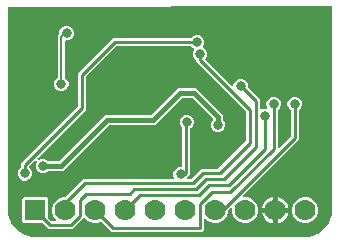
<source format=gbr>
G04 EAGLE Gerber RS-274X export*
G75*
%MOMM*%
%FSLAX34Y34*%
%LPD*%
%INBottom Copper*%
%IPPOS*%
%AMOC8*
5,1,8,0,0,1.08239X$1,22.5*%
G01*
%ADD10R,1.778000X1.778000*%
%ADD11C,1.778000*%
%ADD12C,0.806400*%
%ADD13C,0.800100*%
%ADD14C,0.254000*%
%ADD15C,0.406400*%
%ADD16C,0.203200*%

G36*
X254044Y2547D02*
X254044Y2547D01*
X254080Y2544D01*
X257497Y2813D01*
X257655Y2848D01*
X257731Y2859D01*
X264231Y4971D01*
X264486Y5096D01*
X264500Y5109D01*
X264514Y5115D01*
X270043Y9133D01*
X270247Y9330D01*
X270256Y9346D01*
X270267Y9357D01*
X274285Y14886D01*
X274418Y15137D01*
X274422Y15156D01*
X274429Y15169D01*
X276541Y21669D01*
X276569Y21829D01*
X276587Y21903D01*
X276856Y25320D01*
X276853Y25365D01*
X276859Y25400D01*
X276859Y197630D01*
X276851Y197691D01*
X276852Y197751D01*
X276831Y197831D01*
X276819Y197912D01*
X276795Y197967D01*
X276779Y198026D01*
X276737Y198096D01*
X276703Y198171D01*
X276664Y198218D01*
X276633Y198270D01*
X276573Y198326D01*
X276520Y198388D01*
X276469Y198422D01*
X276424Y198463D01*
X276351Y198500D01*
X276283Y198546D01*
X276225Y198564D01*
X276171Y198592D01*
X276104Y198603D01*
X276012Y198632D01*
X275909Y198634D01*
X275839Y198646D01*
X3551Y197411D01*
X3496Y197403D01*
X3440Y197405D01*
X3356Y197383D01*
X3270Y197370D01*
X3219Y197347D01*
X3165Y197333D01*
X3090Y197289D01*
X3011Y197253D01*
X2969Y197216D01*
X2920Y197188D01*
X2861Y197124D01*
X2795Y197068D01*
X2764Y197021D01*
X2726Y196980D01*
X2686Y196903D01*
X2639Y196831D01*
X2622Y196777D01*
X2596Y196727D01*
X2585Y196658D01*
X2554Y196559D01*
X2552Y196463D01*
X2541Y196396D01*
X2541Y25400D01*
X2547Y25356D01*
X2544Y25320D01*
X2813Y21903D01*
X2848Y21745D01*
X2859Y21669D01*
X4971Y15169D01*
X5096Y14914D01*
X5109Y14900D01*
X5115Y14886D01*
X9133Y9357D01*
X9330Y9153D01*
X9346Y9144D01*
X9357Y9133D01*
X14886Y5115D01*
X15137Y4982D01*
X15156Y4978D01*
X15169Y4971D01*
X21669Y2859D01*
X21829Y2831D01*
X21903Y2813D01*
X25320Y2544D01*
X25365Y2547D01*
X25400Y2541D01*
X254000Y2541D01*
X254044Y2547D01*
G37*
%LPC*%
G36*
X90072Y6857D02*
X90072Y6857D01*
X81737Y15192D01*
X81736Y15193D01*
X81735Y15195D01*
X81621Y15279D01*
X81510Y15363D01*
X81508Y15364D01*
X81507Y15365D01*
X81375Y15415D01*
X81244Y15465D01*
X81242Y15465D01*
X81241Y15465D01*
X81096Y15477D01*
X80961Y15488D01*
X80959Y15488D01*
X80958Y15488D01*
X80942Y15484D01*
X80682Y15432D01*
X80655Y15418D01*
X80630Y15412D01*
X78373Y14477D01*
X74027Y14477D01*
X70013Y16140D01*
X67720Y18433D01*
X67673Y18468D01*
X67633Y18511D01*
X67560Y18553D01*
X67493Y18604D01*
X67438Y18625D01*
X67387Y18654D01*
X67306Y18675D01*
X67227Y18705D01*
X67169Y18710D01*
X67112Y18725D01*
X67028Y18722D01*
X66944Y18729D01*
X66886Y18717D01*
X66828Y18716D01*
X66748Y18690D01*
X66665Y18673D01*
X66613Y18646D01*
X66557Y18628D01*
X66501Y18588D01*
X66413Y18542D01*
X66340Y18473D01*
X66284Y18433D01*
X57248Y9397D01*
X36732Y9397D01*
X31949Y14180D01*
X31880Y14232D01*
X31816Y14292D01*
X31766Y14318D01*
X31722Y14351D01*
X31640Y14382D01*
X31562Y14422D01*
X31515Y14430D01*
X31456Y14452D01*
X31309Y14464D01*
X31231Y14477D01*
X15668Y14477D01*
X14477Y15668D01*
X14477Y35132D01*
X15668Y36323D01*
X35132Y36323D01*
X36323Y35132D01*
X36323Y19569D01*
X36335Y19482D01*
X36338Y19395D01*
X36355Y19342D01*
X36363Y19287D01*
X36398Y19207D01*
X36425Y19124D01*
X36453Y19085D01*
X36479Y19028D01*
X36575Y18914D01*
X36620Y18851D01*
X39171Y16300D01*
X39240Y16248D01*
X39304Y16188D01*
X39354Y16162D01*
X39398Y16129D01*
X39480Y16098D01*
X39558Y16058D01*
X39605Y16050D01*
X39664Y16028D01*
X39811Y16016D01*
X39889Y16003D01*
X42299Y16003D01*
X42328Y16007D01*
X42357Y16004D01*
X42469Y16027D01*
X42581Y16043D01*
X42607Y16055D01*
X42636Y16060D01*
X42737Y16113D01*
X42840Y16159D01*
X42862Y16178D01*
X42889Y16191D01*
X42971Y16269D01*
X43057Y16342D01*
X43073Y16367D01*
X43095Y16387D01*
X43152Y16485D01*
X43215Y16579D01*
X43224Y16607D01*
X43238Y16632D01*
X43266Y16742D01*
X43300Y16850D01*
X43301Y16880D01*
X43308Y16908D01*
X43305Y17021D01*
X43308Y17134D01*
X43300Y17163D01*
X43299Y17192D01*
X43264Y17300D01*
X43236Y17409D01*
X43221Y17435D01*
X43212Y17463D01*
X43166Y17527D01*
X43091Y17654D01*
X43045Y17697D01*
X43017Y17736D01*
X41540Y19213D01*
X39877Y23227D01*
X39877Y27573D01*
X41540Y31587D01*
X44613Y34660D01*
X48627Y36323D01*
X50281Y36323D01*
X50368Y36335D01*
X50455Y36338D01*
X50508Y36355D01*
X50563Y36363D01*
X50643Y36398D01*
X50726Y36425D01*
X50765Y36453D01*
X50822Y36479D01*
X50936Y36575D01*
X50999Y36620D01*
X65942Y51563D01*
X142329Y51563D01*
X142442Y51579D01*
X142557Y51589D01*
X142583Y51599D01*
X142610Y51603D01*
X142715Y51650D01*
X142822Y51691D01*
X142844Y51707D01*
X142869Y51719D01*
X142957Y51793D01*
X143049Y51862D01*
X143065Y51885D01*
X143086Y51902D01*
X143150Y51998D01*
X143219Y52090D01*
X143229Y52116D01*
X143244Y52139D01*
X143279Y52249D01*
X143319Y52356D01*
X143321Y52384D01*
X143330Y52410D01*
X143333Y52525D01*
X143342Y52639D01*
X143336Y52664D01*
X143337Y52694D01*
X143270Y52951D01*
X143267Y52967D01*
X142557Y54680D01*
X142557Y57080D01*
X143475Y59298D01*
X145172Y60995D01*
X147390Y61913D01*
X149052Y61913D01*
X149110Y61921D01*
X149168Y61920D01*
X149250Y61941D01*
X149334Y61953D01*
X149387Y61977D01*
X149443Y61992D01*
X149516Y62035D01*
X149593Y62069D01*
X149638Y62107D01*
X149688Y62137D01*
X149746Y62199D01*
X149810Y62253D01*
X149842Y62302D01*
X149882Y62344D01*
X149921Y62419D01*
X149968Y62490D01*
X149985Y62545D01*
X150012Y62597D01*
X150023Y62665D01*
X150053Y62761D01*
X150056Y62860D01*
X150067Y62928D01*
X150067Y94865D01*
X150055Y94952D01*
X150052Y95039D01*
X150035Y95092D01*
X150027Y95147D01*
X149992Y95227D01*
X149965Y95310D01*
X149937Y95349D01*
X149911Y95406D01*
X149815Y95520D01*
X149770Y95583D01*
X148769Y96585D01*
X147845Y98814D01*
X147845Y101226D01*
X148769Y103455D01*
X150475Y105161D01*
X152704Y106085D01*
X155116Y106085D01*
X157345Y105161D01*
X159051Y103455D01*
X159975Y101226D01*
X159975Y98814D01*
X159051Y96585D01*
X157345Y94879D01*
X157300Y94860D01*
X157298Y94859D01*
X157297Y94858D01*
X157177Y94787D01*
X157166Y94781D01*
X157147Y94772D01*
X157136Y94763D01*
X157055Y94715D01*
X157054Y94714D01*
X157052Y94713D01*
X156957Y94611D01*
X156956Y94611D01*
X156930Y94589D01*
X156918Y94570D01*
X156860Y94508D01*
X156859Y94507D01*
X156858Y94506D01*
X156801Y94395D01*
X156772Y94352D01*
X156762Y94320D01*
X156729Y94256D01*
X156729Y94254D01*
X156728Y94253D01*
X156726Y94237D01*
X156708Y94149D01*
X156687Y94081D01*
X156685Y94034D01*
X156674Y93977D01*
X156677Y93946D01*
X156673Y93922D01*
X156673Y55482D01*
X156000Y54809D01*
X154487Y53296D01*
X154469Y53272D01*
X154447Y53253D01*
X154384Y53159D01*
X154316Y53069D01*
X154305Y53041D01*
X154289Y53017D01*
X154255Y52909D01*
X154215Y52803D01*
X154212Y52774D01*
X154203Y52746D01*
X154200Y52632D01*
X154191Y52520D01*
X154197Y52491D01*
X154196Y52462D01*
X154225Y52352D01*
X154247Y52241D01*
X154260Y52215D01*
X154268Y52187D01*
X154325Y52089D01*
X154378Y51989D01*
X154398Y51967D01*
X154413Y51942D01*
X154495Y51865D01*
X154574Y51783D01*
X154599Y51768D01*
X154620Y51748D01*
X154721Y51696D01*
X154819Y51639D01*
X154847Y51632D01*
X154873Y51618D01*
X154951Y51605D01*
X155094Y51569D01*
X155157Y51571D01*
X155205Y51563D01*
X156961Y51563D01*
X157048Y51575D01*
X157135Y51578D01*
X157188Y51595D01*
X157243Y51603D01*
X157323Y51638D01*
X157406Y51665D01*
X157445Y51693D01*
X157502Y51719D01*
X157616Y51815D01*
X157679Y51860D01*
X166272Y60453D01*
X179821Y60453D01*
X179908Y60465D01*
X179995Y60468D01*
X180048Y60485D01*
X180103Y60493D01*
X180183Y60528D01*
X180266Y60555D01*
X180305Y60583D01*
X180362Y60609D01*
X180476Y60705D01*
X180539Y60750D01*
X203410Y83621D01*
X203462Y83690D01*
X203522Y83754D01*
X203548Y83804D01*
X203581Y83848D01*
X203612Y83930D01*
X203652Y84008D01*
X203660Y84055D01*
X203682Y84114D01*
X203694Y84261D01*
X203707Y84339D01*
X203707Y108701D01*
X203695Y108788D01*
X203692Y108875D01*
X203675Y108928D01*
X203667Y108983D01*
X203632Y109063D01*
X203605Y109146D01*
X203577Y109185D01*
X203551Y109242D01*
X203455Y109356D01*
X203410Y109419D01*
X164029Y148800D01*
X161797Y151032D01*
X161797Y151830D01*
X161790Y151881D01*
X161791Y151899D01*
X161785Y151921D01*
X161782Y152004D01*
X161765Y152057D01*
X161757Y152111D01*
X161722Y152191D01*
X161695Y152275D01*
X161667Y152314D01*
X161641Y152371D01*
X161545Y152484D01*
X161500Y152548D01*
X159985Y154062D01*
X159067Y156280D01*
X159067Y158680D01*
X160049Y161051D01*
X160063Y161108D01*
X160087Y161161D01*
X160099Y161245D01*
X160120Y161326D01*
X160118Y161385D01*
X160126Y161443D01*
X160114Y161526D01*
X160112Y161610D01*
X160094Y161666D01*
X160085Y161724D01*
X160051Y161801D01*
X160025Y161881D01*
X159992Y161930D01*
X159968Y161983D01*
X159914Y162047D01*
X159867Y162117D01*
X159822Y162155D01*
X159784Y162199D01*
X159725Y162236D01*
X159649Y162300D01*
X159558Y162341D01*
X159499Y162377D01*
X159142Y162525D01*
X157628Y164040D01*
X157558Y164092D01*
X157494Y164152D01*
X157445Y164178D01*
X157401Y164211D01*
X157319Y164242D01*
X157241Y164282D01*
X157193Y164290D01*
X157135Y164312D01*
X156987Y164324D01*
X156910Y164337D01*
X94499Y164337D01*
X94412Y164325D01*
X94325Y164322D01*
X94272Y164305D01*
X94217Y164297D01*
X94137Y164262D01*
X94054Y164235D01*
X94015Y164207D01*
X93958Y164181D01*
X93844Y164085D01*
X93781Y164040D01*
X68370Y138629D01*
X68318Y138560D01*
X68258Y138496D01*
X68232Y138446D01*
X68199Y138402D01*
X68168Y138320D01*
X68128Y138242D01*
X68120Y138195D01*
X68098Y138136D01*
X68086Y137989D01*
X68073Y137911D01*
X68073Y110392D01*
X27467Y69787D01*
X27416Y69718D01*
X27357Y69656D01*
X27331Y69605D01*
X27297Y69559D01*
X27266Y69479D01*
X27227Y69403D01*
X27216Y69347D01*
X27195Y69294D01*
X27188Y69208D01*
X27172Y69124D01*
X27176Y69067D01*
X27172Y69010D01*
X27189Y68926D01*
X27196Y68841D01*
X27216Y68788D01*
X27228Y68732D01*
X27267Y68655D01*
X27298Y68575D01*
X27332Y68530D01*
X27359Y68479D01*
X27418Y68417D01*
X27470Y68349D01*
X27515Y68315D01*
X27554Y68273D01*
X27629Y68230D01*
X27697Y68178D01*
X27751Y68158D01*
X27800Y68130D01*
X27883Y68108D01*
X27963Y68078D01*
X28020Y68074D01*
X28075Y68060D01*
X28161Y68062D01*
X28247Y68055D01*
X28295Y68067D01*
X28359Y68069D01*
X28497Y68113D01*
X28574Y68131D01*
X30684Y69005D01*
X33096Y69005D01*
X35325Y68081D01*
X36105Y67302D01*
X36174Y67250D01*
X36238Y67190D01*
X36288Y67164D01*
X36332Y67131D01*
X36414Y67100D01*
X36492Y67060D01*
X36539Y67052D01*
X36598Y67030D01*
X36745Y67018D01*
X36823Y67005D01*
X45036Y67005D01*
X45122Y67017D01*
X45210Y67020D01*
X45262Y67037D01*
X45317Y67045D01*
X45397Y67080D01*
X45480Y67107D01*
X45520Y67135D01*
X45577Y67161D01*
X45690Y67257D01*
X45754Y67302D01*
X84476Y106025D01*
X123366Y106025D01*
X123452Y106037D01*
X123540Y106040D01*
X123592Y106057D01*
X123647Y106065D01*
X123727Y106100D01*
X123810Y106127D01*
X123850Y106155D01*
X123907Y106181D01*
X124020Y106277D01*
X124084Y106322D01*
X146604Y128843D01*
X161456Y128843D01*
X184405Y105894D01*
X184405Y102678D01*
X184417Y102591D01*
X184420Y102504D01*
X184437Y102451D01*
X184445Y102397D01*
X184480Y102317D01*
X184507Y102234D01*
X184535Y102194D01*
X184561Y102137D01*
X184657Y102024D01*
X184702Y101960D01*
X185455Y101208D01*
X186373Y98990D01*
X186373Y96590D01*
X185455Y94372D01*
X183758Y92675D01*
X181540Y91757D01*
X179140Y91757D01*
X176922Y92675D01*
X175225Y94372D01*
X174307Y96590D01*
X174307Y98990D01*
X175225Y101208D01*
X175692Y101674D01*
X175727Y101721D01*
X175769Y101761D01*
X175812Y101834D01*
X175863Y101901D01*
X175883Y101956D01*
X175913Y102006D01*
X175934Y102088D01*
X175964Y102167D01*
X175969Y102225D01*
X175983Y102282D01*
X175980Y102366D01*
X175987Y102450D01*
X175976Y102508D01*
X175974Y102566D01*
X175948Y102646D01*
X175932Y102729D01*
X175905Y102781D01*
X175887Y102836D01*
X175847Y102893D01*
X175801Y102981D01*
X175732Y103054D01*
X175692Y103110D01*
X158386Y120416D01*
X158316Y120468D01*
X158252Y120528D01*
X158203Y120554D01*
X158158Y120587D01*
X158077Y120618D01*
X157999Y120658D01*
X157951Y120666D01*
X157893Y120688D01*
X157745Y120700D01*
X157668Y120713D01*
X150392Y120713D01*
X150306Y120701D01*
X150218Y120698D01*
X150166Y120681D01*
X150111Y120673D01*
X150031Y120638D01*
X149948Y120611D01*
X149908Y120583D01*
X149851Y120557D01*
X149738Y120461D01*
X149674Y120416D01*
X127154Y97895D01*
X88264Y97895D01*
X88178Y97883D01*
X88090Y97880D01*
X88038Y97863D01*
X87983Y97855D01*
X87903Y97820D01*
X87820Y97793D01*
X87780Y97765D01*
X87723Y97739D01*
X87610Y97643D01*
X87546Y97598D01*
X48824Y58875D01*
X36823Y58875D01*
X36736Y58863D01*
X36649Y58860D01*
X36596Y58843D01*
X36541Y58835D01*
X36461Y58800D01*
X36378Y58773D01*
X36339Y58745D01*
X36282Y58719D01*
X36168Y58623D01*
X36105Y58578D01*
X35325Y57799D01*
X33096Y56875D01*
X30684Y56875D01*
X28455Y57799D01*
X26749Y59505D01*
X25825Y61734D01*
X25825Y64146D01*
X26699Y66256D01*
X26721Y66339D01*
X26751Y66420D01*
X26756Y66476D01*
X26770Y66531D01*
X26768Y66617D01*
X26775Y66703D01*
X26764Y66759D01*
X26762Y66816D01*
X26736Y66897D01*
X26719Y66982D01*
X26693Y67032D01*
X26675Y67086D01*
X26627Y67158D01*
X26588Y67234D01*
X26549Y67275D01*
X26517Y67323D01*
X26451Y67378D01*
X26392Y67440D01*
X26343Y67469D01*
X26299Y67506D01*
X26221Y67540D01*
X26147Y67584D01*
X26092Y67598D01*
X26040Y67621D01*
X25954Y67633D01*
X25871Y67654D01*
X25815Y67652D01*
X25758Y67660D01*
X25673Y67648D01*
X25587Y67645D01*
X25533Y67627D01*
X25477Y67619D01*
X25398Y67584D01*
X25317Y67557D01*
X25276Y67529D01*
X25218Y67502D01*
X25107Y67408D01*
X25043Y67363D01*
X20452Y62771D01*
X20417Y62724D01*
X20374Y62684D01*
X20331Y62611D01*
X20281Y62544D01*
X20260Y62489D01*
X20230Y62439D01*
X20210Y62357D01*
X20180Y62278D01*
X20175Y62220D01*
X20160Y62163D01*
X20163Y62079D01*
X20156Y61995D01*
X20167Y61937D01*
X20169Y61879D01*
X20195Y61799D01*
X20212Y61716D01*
X20239Y61664D01*
X20257Y61608D01*
X20297Y61552D01*
X20343Y61464D01*
X20412Y61391D01*
X20452Y61335D01*
X21791Y59995D01*
X22715Y57766D01*
X22715Y55354D01*
X21791Y53125D01*
X20085Y51419D01*
X17856Y50495D01*
X15444Y50495D01*
X13215Y51419D01*
X11509Y53125D01*
X10585Y55354D01*
X10585Y57766D01*
X11509Y59995D01*
X13050Y61537D01*
X13102Y61606D01*
X13162Y61670D01*
X13188Y61720D01*
X13221Y61764D01*
X13252Y61846D01*
X13292Y61924D01*
X13300Y61971D01*
X13322Y62030D01*
X13334Y62177D01*
X13347Y62255D01*
X13347Y65008D01*
X15579Y67240D01*
X61170Y112831D01*
X61222Y112900D01*
X61282Y112964D01*
X61308Y113014D01*
X61341Y113058D01*
X61372Y113140D01*
X61412Y113218D01*
X61420Y113265D01*
X61442Y113324D01*
X61454Y113471D01*
X61467Y113549D01*
X61467Y141068D01*
X91342Y170943D01*
X156910Y170943D01*
X156997Y170955D01*
X157084Y170958D01*
X157137Y170975D01*
X157191Y170983D01*
X157271Y171018D01*
X157354Y171045D01*
X157394Y171073D01*
X157451Y171099D01*
X157564Y171195D01*
X157628Y171240D01*
X159142Y172755D01*
X161360Y173673D01*
X163760Y173673D01*
X165978Y172755D01*
X167675Y171058D01*
X168593Y168840D01*
X168593Y166440D01*
X167611Y164069D01*
X167597Y164012D01*
X167573Y163959D01*
X167561Y163875D01*
X167540Y163794D01*
X167542Y163735D01*
X167534Y163677D01*
X167546Y163594D01*
X167548Y163510D01*
X167566Y163454D01*
X167575Y163396D01*
X167609Y163319D01*
X167635Y163239D01*
X167668Y163190D01*
X167692Y163137D01*
X167746Y163073D01*
X167793Y163003D01*
X167838Y162965D01*
X167876Y162920D01*
X167935Y162884D01*
X168011Y162820D01*
X168102Y162779D01*
X168161Y162743D01*
X168518Y162595D01*
X170215Y160898D01*
X171133Y158680D01*
X171133Y156280D01*
X170215Y154062D01*
X169879Y153727D01*
X169844Y153680D01*
X169802Y153640D01*
X169759Y153567D01*
X169709Y153500D01*
X169688Y153445D01*
X169658Y153395D01*
X169637Y153313D01*
X169607Y153234D01*
X169602Y153176D01*
X169588Y153119D01*
X169591Y153035D01*
X169584Y152951D01*
X169595Y152894D01*
X169597Y152835D01*
X169623Y152755D01*
X169640Y152672D01*
X169667Y152620D01*
X169685Y152565D01*
X169725Y152509D01*
X169771Y152420D01*
X169839Y152348D01*
X169879Y152291D01*
X191624Y130547D01*
X191647Y130529D01*
X191666Y130507D01*
X191760Y130444D01*
X191851Y130376D01*
X191878Y130366D01*
X191903Y130350D01*
X192011Y130315D01*
X192116Y130275D01*
X192146Y130273D01*
X192174Y130264D01*
X192287Y130261D01*
X192400Y130251D01*
X192428Y130257D01*
X192458Y130256D01*
X192567Y130285D01*
X192679Y130307D01*
X192705Y130321D01*
X192733Y130328D01*
X192830Y130386D01*
X192931Y130438D01*
X192952Y130459D01*
X192977Y130474D01*
X193055Y130556D01*
X193137Y130634D01*
X193152Y130659D01*
X193172Y130681D01*
X193223Y130782D01*
X193281Y130879D01*
X193288Y130908D01*
X193301Y130934D01*
X193314Y131011D01*
X193351Y131155D01*
X193349Y131217D01*
X193357Y131265D01*
X193357Y132010D01*
X194275Y134228D01*
X195972Y135925D01*
X198190Y136843D01*
X200590Y136843D01*
X202808Y135925D01*
X204505Y134228D01*
X205423Y132010D01*
X205423Y129868D01*
X205435Y129781D01*
X205438Y129694D01*
X205455Y129641D01*
X205463Y129587D01*
X205499Y129507D01*
X205526Y129424D01*
X205554Y129384D01*
X205579Y129327D01*
X205675Y129214D01*
X205721Y129150D01*
X215393Y119478D01*
X215393Y111671D01*
X215409Y111558D01*
X215419Y111443D01*
X215429Y111417D01*
X215433Y111390D01*
X215480Y111285D01*
X215521Y111178D01*
X215537Y111156D01*
X215549Y111131D01*
X215623Y111043D01*
X215692Y110951D01*
X215715Y110935D01*
X215732Y110914D01*
X215828Y110850D01*
X215920Y110781D01*
X215946Y110771D01*
X215969Y110756D01*
X216079Y110721D01*
X216186Y110681D01*
X216214Y110679D01*
X216240Y110670D01*
X216355Y110667D01*
X216469Y110658D01*
X216494Y110664D01*
X216524Y110663D01*
X216781Y110730D01*
X216797Y110733D01*
X218510Y111443D01*
X220990Y111443D01*
X221103Y111459D01*
X221218Y111469D01*
X221244Y111479D01*
X221271Y111483D01*
X221376Y111530D01*
X221483Y111571D01*
X221505Y111588D01*
X221531Y111599D01*
X221618Y111673D01*
X221710Y111743D01*
X221726Y111765D01*
X221748Y111783D01*
X221811Y111878D01*
X221880Y111971D01*
X221890Y111996D01*
X221905Y112020D01*
X221940Y112129D01*
X221980Y112237D01*
X221983Y112264D01*
X221991Y112291D01*
X221994Y112406D01*
X222003Y112520D01*
X221997Y112544D01*
X221998Y112575D01*
X221931Y112832D01*
X221928Y112847D01*
X221297Y114370D01*
X221297Y116770D01*
X222215Y118988D01*
X223912Y120685D01*
X226130Y121603D01*
X228530Y121603D01*
X230748Y120685D01*
X232445Y118988D01*
X233363Y116770D01*
X233363Y114370D01*
X232445Y112152D01*
X230930Y110638D01*
X230878Y110568D01*
X230818Y110504D01*
X230792Y110455D01*
X230759Y110411D01*
X230728Y110329D01*
X230688Y110251D01*
X230680Y110203D01*
X230658Y110145D01*
X230646Y109997D01*
X230633Y109920D01*
X230633Y79005D01*
X230637Y78975D01*
X230634Y78946D01*
X230657Y78835D01*
X230673Y78723D01*
X230685Y78696D01*
X230690Y78668D01*
X230742Y78567D01*
X230789Y78464D01*
X230808Y78441D01*
X230821Y78415D01*
X230899Y78333D01*
X230972Y78247D01*
X230997Y78230D01*
X231017Y78209D01*
X231115Y78152D01*
X231209Y78089D01*
X231237Y78080D01*
X231262Y78065D01*
X231372Y78037D01*
X231480Y78003D01*
X231510Y78002D01*
X231538Y77995D01*
X231651Y77999D01*
X231764Y77996D01*
X231793Y78003D01*
X231822Y78004D01*
X231930Y78039D01*
X232039Y78068D01*
X232065Y78083D01*
X232093Y78092D01*
X232156Y78137D01*
X232284Y78213D01*
X232327Y78259D01*
X232366Y78287D01*
X241510Y87431D01*
X241562Y87501D01*
X241622Y87564D01*
X241648Y87614D01*
X241681Y87658D01*
X241712Y87740D01*
X241752Y87818D01*
X241760Y87865D01*
X241782Y87924D01*
X241794Y88071D01*
X241807Y88149D01*
X241807Y109920D01*
X241795Y110007D01*
X241792Y110094D01*
X241775Y110147D01*
X241767Y110201D01*
X241732Y110281D01*
X241705Y110364D01*
X241677Y110404D01*
X241651Y110461D01*
X241555Y110574D01*
X241510Y110638D01*
X239995Y112152D01*
X239077Y114370D01*
X239077Y116770D01*
X239995Y118988D01*
X241692Y120685D01*
X243910Y121603D01*
X246310Y121603D01*
X248528Y120685D01*
X250225Y118988D01*
X251143Y116770D01*
X251143Y114370D01*
X250225Y112152D01*
X248710Y110638D01*
X248658Y110568D01*
X248598Y110504D01*
X248572Y110455D01*
X248539Y110411D01*
X248508Y110329D01*
X248468Y110251D01*
X248460Y110203D01*
X248438Y110145D01*
X248426Y109997D01*
X248413Y109920D01*
X248413Y84992D01*
X201477Y38056D01*
X201459Y38032D01*
X201437Y38013D01*
X201374Y37919D01*
X201306Y37829D01*
X201295Y37801D01*
X201279Y37777D01*
X201245Y37669D01*
X201205Y37563D01*
X201202Y37534D01*
X201193Y37506D01*
X201190Y37392D01*
X201181Y37280D01*
X201187Y37251D01*
X201186Y37222D01*
X201215Y37112D01*
X201237Y37001D01*
X201250Y36975D01*
X201258Y36947D01*
X201316Y36849D01*
X201368Y36749D01*
X201388Y36727D01*
X201403Y36702D01*
X201486Y36625D01*
X201564Y36543D01*
X201589Y36528D01*
X201610Y36508D01*
X201711Y36456D01*
X201809Y36399D01*
X201837Y36392D01*
X201863Y36378D01*
X201941Y36365D01*
X202084Y36329D01*
X202147Y36331D01*
X202195Y36323D01*
X205373Y36323D01*
X209387Y34660D01*
X212460Y31587D01*
X214123Y27573D01*
X214123Y23227D01*
X212460Y19213D01*
X209387Y16140D01*
X205373Y14477D01*
X201027Y14477D01*
X197013Y16140D01*
X193940Y19213D01*
X192277Y23227D01*
X192277Y26405D01*
X192273Y26435D01*
X192276Y26464D01*
X192253Y26575D01*
X192237Y26687D01*
X192225Y26714D01*
X192220Y26742D01*
X192168Y26843D01*
X192121Y26946D01*
X192102Y26969D01*
X192089Y26995D01*
X192011Y27077D01*
X191938Y27163D01*
X191913Y27180D01*
X191893Y27201D01*
X191795Y27258D01*
X191701Y27321D01*
X191673Y27330D01*
X191648Y27345D01*
X191538Y27373D01*
X191430Y27407D01*
X191400Y27408D01*
X191372Y27415D01*
X191259Y27411D01*
X191146Y27414D01*
X191117Y27407D01*
X191088Y27406D01*
X190980Y27371D01*
X190871Y27342D01*
X190845Y27327D01*
X190817Y27318D01*
X190754Y27273D01*
X190626Y27197D01*
X190583Y27151D01*
X190544Y27123D01*
X189020Y25599D01*
X188992Y25562D01*
X188980Y25552D01*
X188960Y25521D01*
X188908Y25466D01*
X188882Y25416D01*
X188849Y25372D01*
X188834Y25333D01*
X188822Y25315D01*
X188809Y25273D01*
X188778Y25213D01*
X188770Y25165D01*
X188748Y25106D01*
X188745Y25070D01*
X188737Y25044D01*
X188734Y24950D01*
X188723Y24881D01*
X188723Y23227D01*
X187060Y19213D01*
X183987Y16140D01*
X179973Y14477D01*
X175627Y14477D01*
X171613Y16140D01*
X170136Y17617D01*
X170112Y17635D01*
X170093Y17657D01*
X169999Y17720D01*
X169909Y17788D01*
X169881Y17798D01*
X169857Y17815D01*
X169749Y17849D01*
X169643Y17889D01*
X169614Y17892D01*
X169586Y17900D01*
X169472Y17903D01*
X169360Y17913D01*
X169331Y17907D01*
X169302Y17908D01*
X169192Y17879D01*
X169081Y17857D01*
X169055Y17843D01*
X169027Y17836D01*
X168929Y17778D01*
X168829Y17726D01*
X168807Y17706D01*
X168782Y17691D01*
X168705Y17608D01*
X168623Y17530D01*
X168608Y17505D01*
X168588Y17483D01*
X168536Y17383D01*
X168479Y17285D01*
X168472Y17256D01*
X168458Y17230D01*
X168445Y17153D01*
X168409Y17009D01*
X168411Y16947D01*
X168403Y16899D01*
X168403Y8792D01*
X166468Y6857D01*
X90072Y6857D01*
G37*
%LPD*%
%LPC*%
G36*
X46404Y126305D02*
X46404Y126305D01*
X44175Y127229D01*
X42469Y128935D01*
X41545Y131164D01*
X41545Y133576D01*
X42469Y135805D01*
X44264Y137601D01*
X44316Y137670D01*
X44376Y137734D01*
X44402Y137784D01*
X44435Y137828D01*
X44466Y137910D01*
X44506Y137988D01*
X44514Y138035D01*
X44536Y138094D01*
X44548Y138241D01*
X44561Y138319D01*
X44561Y173283D01*
X45660Y174381D01*
X45712Y174451D01*
X45772Y174515D01*
X45798Y174564D01*
X45831Y174609D01*
X45862Y174690D01*
X45902Y174768D01*
X45910Y174816D01*
X45932Y174874D01*
X45938Y174950D01*
X45943Y174965D01*
X45945Y175025D01*
X45957Y175099D01*
X45957Y176370D01*
X46881Y178599D01*
X48587Y180305D01*
X50816Y181229D01*
X53228Y181229D01*
X55457Y180305D01*
X57163Y178599D01*
X58087Y176370D01*
X58087Y173958D01*
X57163Y171729D01*
X55457Y170023D01*
X53228Y169099D01*
X51674Y169099D01*
X51616Y169091D01*
X51558Y169093D01*
X51476Y169071D01*
X51392Y169059D01*
X51339Y169036D01*
X51283Y169021D01*
X51210Y168978D01*
X51133Y168943D01*
X51088Y168905D01*
X51038Y168876D01*
X50980Y168814D01*
X50916Y168760D01*
X50884Y168711D01*
X50844Y168668D01*
X50805Y168593D01*
X50758Y168523D01*
X50741Y168467D01*
X50714Y168415D01*
X50703Y168347D01*
X50673Y168252D01*
X50670Y168152D01*
X50659Y168084D01*
X50659Y138319D01*
X50671Y138232D01*
X50674Y138145D01*
X50691Y138092D01*
X50699Y138037D01*
X50734Y137957D01*
X50761Y137874D01*
X50789Y137835D01*
X50815Y137778D01*
X50911Y137664D01*
X50956Y137601D01*
X52751Y135805D01*
X53675Y133576D01*
X53675Y131164D01*
X52751Y128935D01*
X51045Y127229D01*
X48816Y126305D01*
X46404Y126305D01*
G37*
%LPD*%
%LPC*%
G36*
X251827Y14477D02*
X251827Y14477D01*
X247813Y16140D01*
X244740Y19213D01*
X243077Y23227D01*
X243077Y27573D01*
X244740Y31587D01*
X247813Y34660D01*
X251827Y36323D01*
X256173Y36323D01*
X260187Y34660D01*
X263260Y31587D01*
X264923Y27573D01*
X264923Y23227D01*
X263260Y19213D01*
X260187Y16140D01*
X256173Y14477D01*
X251827Y14477D01*
G37*
%LPD*%
%LPC*%
G36*
X230631Y27431D02*
X230631Y27431D01*
X230631Y36652D01*
X231277Y36549D01*
X232988Y35993D01*
X234591Y35176D01*
X236047Y34119D01*
X237319Y32847D01*
X238376Y31391D01*
X239193Y29788D01*
X239749Y28077D01*
X239852Y27431D01*
X230631Y27431D01*
G37*
%LPD*%
%LPC*%
G36*
X217348Y27431D02*
X217348Y27431D01*
X217451Y28077D01*
X218007Y29788D01*
X218824Y31391D01*
X219881Y32847D01*
X221153Y34119D01*
X222609Y35176D01*
X224212Y35993D01*
X225923Y36549D01*
X226569Y36652D01*
X226569Y27431D01*
X217348Y27431D01*
G37*
%LPD*%
%LPC*%
G36*
X230631Y23369D02*
X230631Y23369D01*
X239852Y23369D01*
X239749Y22723D01*
X239193Y21012D01*
X238376Y19409D01*
X237319Y17953D01*
X236047Y16681D01*
X234591Y15624D01*
X232988Y14807D01*
X231277Y14251D01*
X230631Y14148D01*
X230631Y23369D01*
G37*
%LPD*%
%LPC*%
G36*
X225923Y14251D02*
X225923Y14251D01*
X224212Y14807D01*
X222609Y15624D01*
X221153Y16681D01*
X219881Y17953D01*
X218824Y19409D01*
X218007Y21012D01*
X217451Y22723D01*
X217348Y23369D01*
X226569Y23369D01*
X226569Y14148D01*
X225923Y14251D01*
G37*
%LPD*%
%LPC*%
G36*
X228599Y25399D02*
X228599Y25399D01*
X228599Y25401D01*
X228601Y25401D01*
X228601Y25399D01*
X228599Y25399D01*
G37*
%LPD*%
D10*
X25400Y25400D03*
D11*
X50800Y25400D03*
X76200Y25400D03*
X101600Y25400D03*
X127000Y25400D03*
X152400Y25400D03*
X177800Y25400D03*
X203200Y25400D03*
X228600Y25400D03*
X254000Y25400D03*
D12*
X142174Y142532D03*
X129474Y155232D03*
X129474Y129324D03*
X116266Y142532D03*
X155746Y110194D03*
X187352Y185380D03*
X174844Y192570D03*
X56806Y137072D03*
X55536Y162802D03*
X170076Y126054D03*
X7486Y41552D03*
X6646Y161362D03*
X50456Y189472D03*
D13*
X165100Y157480D03*
D14*
X165100Y152400D02*
X207010Y110490D01*
X207010Y82550D01*
X181610Y57150D01*
X167640Y57150D01*
X158750Y48260D01*
X67310Y48260D01*
X50800Y31750D01*
X50800Y25400D01*
X165100Y152400D02*
X165100Y157480D01*
D15*
X86160Y101960D02*
X47140Y62940D01*
X31890Y62940D01*
D12*
X31890Y62940D03*
D15*
X148288Y124778D02*
X159772Y124778D01*
D13*
X180340Y97790D03*
D15*
X180340Y104210D02*
X159772Y124778D01*
X180340Y104210D02*
X180340Y97790D01*
X125470Y101960D02*
X86160Y101960D01*
X125470Y101960D02*
X148288Y124778D01*
D12*
X52022Y175164D03*
X47610Y132370D03*
D16*
X47610Y172020D01*
X50610Y175020D01*
X51878Y175020D01*
X52022Y175164D01*
D12*
X153910Y100020D03*
D16*
X153370Y100020D01*
D14*
X153370Y56850D01*
X152400Y55880D01*
X148590Y55880D01*
D13*
X148590Y55880D03*
X227330Y115570D03*
D14*
X227330Y77470D01*
X190500Y40640D01*
X175260Y40640D01*
X165100Y30480D01*
X165100Y10160D01*
X91440Y10160D01*
X76200Y25400D01*
D13*
X199390Y130810D03*
D14*
X212090Y118110D01*
X212090Y78740D01*
X185420Y52070D01*
X170180Y52070D01*
X161290Y43180D01*
X109220Y43180D01*
X105410Y39370D01*
X68580Y39370D01*
X63500Y34290D01*
X63500Y20320D01*
X55880Y12700D01*
X38100Y12700D01*
X25400Y25400D01*
D12*
X16650Y56560D03*
D13*
X162560Y167640D03*
D14*
X92710Y167640D01*
X64770Y139700D01*
X64770Y111760D01*
X16650Y63640D01*
X16650Y56560D01*
D13*
X245110Y115570D03*
D14*
X245110Y86360D01*
X184150Y25400D01*
X177800Y25400D01*
D13*
X219710Y105410D03*
D14*
X219710Y77470D01*
X189230Y46990D01*
X172720Y46990D01*
X163830Y38100D01*
X114300Y38100D01*
X101600Y25400D01*
M02*

</source>
